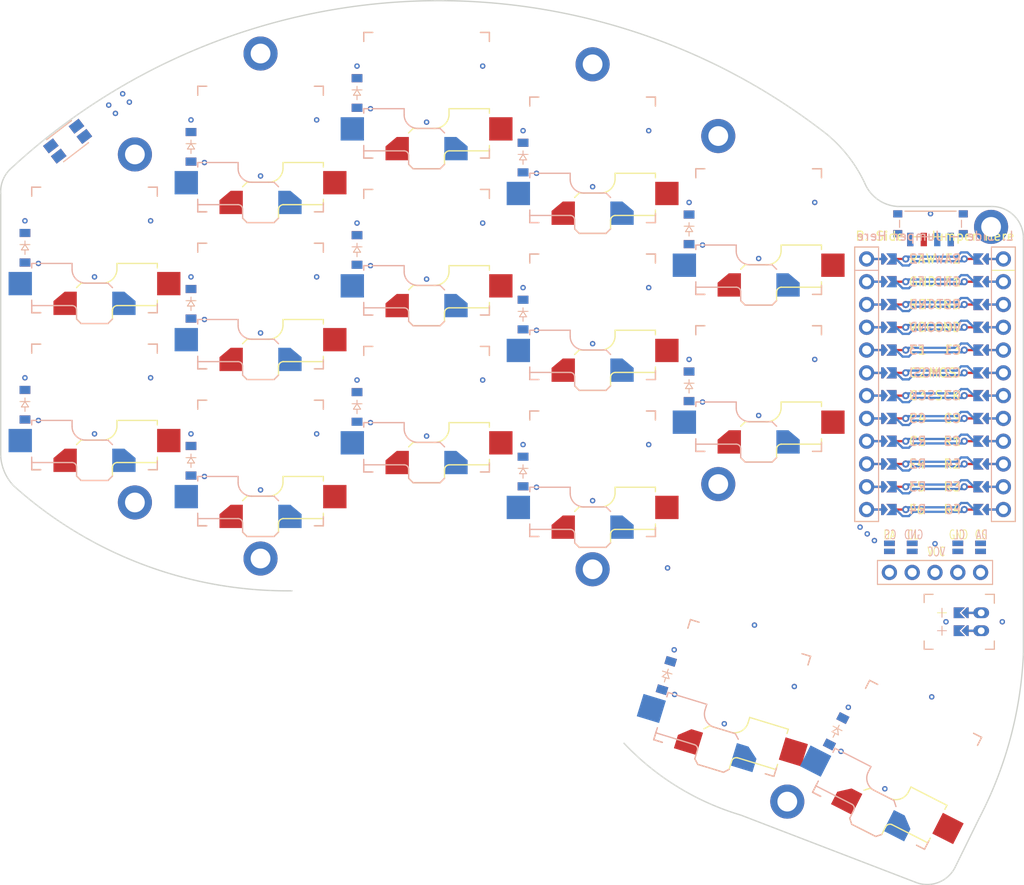
<source format=kicad_pcb>
(kicad_pcb (version 20221018) (generator pcbnew)
  (title_block (title "snak") (rev "0.2.1") (company "JackMatanky"))
  (layers (0 "F.Cu" signal) (31 "B.Cu" signal) (34 "B.Paste" user) (35 "F.Paste" user) (36 "B.SilkS" user "B.Silkscreen") (37 "F.SilkS" user "F.Silkscreen") (38 "B.Mask" user) (39 "F.Mask" user) (44 "Edge.Cuts" user))
  (net 0 "")
  (net 1 "C1")
  (net 2 "pinky_mid")
  (net 3 "pinky_top")
  (net 4 "ring_bot")
  (net 5 "C2")
  (net 6 "ring_mid")
  (net 7 "ring_top")
  (net 8 "middle_bot")
  (net 9 "C3")
  (net 10 "middle_mid")
  (net 11 "middle_top")
  (net 12 "index_bot")
  (net 13 "C4")
  (net 14 "index_mid")
  (net 15 "index_top")
  (net 16 "C5")
  (net 17 "inner_mid")
  (net 18 "inner_top")
  (net 19 "out_home")
  (net 20 "in_home")
  (net 21 "R2")
  (net 22 "R1")
  (net 23 "R3")
  (net 24 "R4")
  (net 25 "RAW")
  (net 26 "GND")
  (net 27 "RST")
  (net 28 "VCC")
  (net 29 "F4")
  (net 30 "F5")
  (net 31 "F6")
  (net 32 "F2")
  (net 33 "F1")
  (net 34 "F3")
  (net 35 "MOSI")
  (net 36 "SCK")
  (net 37 "CS")
  (net 38 "MCU1_24")
  (net 39 "MCU1_1")
  (net 40 "MCU1_23")
  (net 41 "MCU1_2")
  (net 42 "MCU1_22")
  (net 43 "MCU1_3")
  (net 44 "MCU1_21")
  (net 45 "MCU1_4")
  (net 46 "MCU1_20")
  (net 47 "MCU1_5")
  (net 48 "MCU1_19")
  (net 49 "MCU1_6")
  (net 50 "MCU1_18")
  (net 51 "MCU1_7")
  (net 52 "MCU1_17")
  (net 53 "MCU1_8")
  (net 54 "MCU1_16")
  (net 55 "MCU1_9")
  (net 56 "MCU1_15")
  (net 57 "MCU1_10")
  (net 58 "MCU1_14")
  (net 59 "MCU1_11")
  (net 60 "MCU1_13")
  (net 61 "MCU1_12")
  (net 62 "DISP1_1")
  (net 63 "DISP1_2")
  (net 64 "DISP1_4")
  (net 65 "DISP1_5")
  (net 66 "pos")
  (net 67 "JST1_1")
  (net 68 "JST1_2")
  (footprint "ComboDiode" (layer "F.Cu") (at 147.75 89.7 -90)
    (fp_text reference "D9" hide)
    (fp_text value "" hide)
  )
  (footprint "VIA-0.6mm" (layer "F.Cu") (at 193.15 60.9625 90)
    (fp_text reference "REF**" hide)
    (fp_text value "VIA-0.6mm" hide)
  )
  (footprint "VIA-0.6mm" (layer "F.Cu") (at 155.5 92.95)
    (fp_text reference "REF**" hide)
    (fp_text value "VIA-0.6mm" hide)
  )
  (footprint "mounting_hole" (layer "F.Cu") (at 177.191381 126.500257 -17)
    (fp_text reference "H9" hide)
    (fp_text value "")
  )
  (footprint "PG1350" (layer "F.Cu") (at 100 82.5 180)
    (fp_text reference "S1" hide)
    (fp_text value "")
  )
  (footprint "mounting_hole" (layer "F.Cu") (at 104.5 54.35)
    (fp_text reference "H1" hide)
    (fp_text value "")
  )
  (footprint "VIA-0.6mm" (layer "F.Cu") (at 124.75 85.5)
    (fp_text reference "REF**" hide)
    (fp_text value "VIA-0.6mm" hide)
  )
  (footprint "VIA-0.6mm" (layer "F.Cu") (at 124.75 68)
    (fp_text reference "REF**" hide)
    (fp_text value "VIA-0.6mm" hide)
  )
  (footprint "VIA-0.6mm" (layer "F.Cu") (at 174 65.95)
    (fp_text reference "REF**" hide)
    (fp_text value "VIA-0.6mm" hide)
  )
  (footprint "VIA-0.6mm" (layer "F.Cu") (at 193.284288 114.824319 -27)
    (fp_text reference "REF**" hide)
    (fp_text value "VIA-0.6mm" hide)
  )
  (footprint "VIA-0.6mm" (layer "F.Cu") (at 147.75 51.7)
    (fp_text reference "REF**" hide)
    (fp_text value "VIA-0.6mm" hide)
  )
  (footprint "VIA-0.6mm" (layer "F.Cu") (at 129.25 62)
    (fp_text reference "REF**" hide)
    (fp_text value "VIA-0.6mm" hide)
  )
  (footprint "VIA-0.6mm" (layer "F.Cu") (at 112.25 55.25)
    (fp_text reference "REF**" hide)
    (fp_text value "VIA-0.6mm" hide)
  )
  (footprint "VIA-0.6mm" (layer "F.Cu") (at 161.75 86.7)
    (fp_text reference "REF**" hide)
    (fp_text value "VIA-0.6mm" hide)
  )
  (footprint "VIA-0.6mm" (layer "F.Cu") (at 137 85.75)
    (fp_text reference "REF**" hide)
    (fp_text value "VIA-0.6mm" hide)
  )
  (footprint "VIA-0.6mm" (layer "F.Cu") (at 103.137109 47.589196 129)
    (fp_text reference "REF**" hide)
    (fp_text value "VIA-0.6mm" hide)
  )
  (footprint "VIA-0.6mm" (layer "F.Cu") (at 106.25 61.75)
    (fp_text reference "REF**" hide)
    (fp_text value "VIA-0.6mm" hide)
  )
  (footprint "mounting_hole" (layer "F.Cu") (at 118.5 43.1)
    (fp_text reference "H3" hide)
    (fp_text value "")
  )
  (footprint "ComboDiode" (layer "F.Cu") (at 147.75 54.7 -90)
    (fp_text reference "D11" hide)
    (fp_text value "" hide)
  )
  (footprint "JST_PH_S2B-PH-K" (layer "F.Cu") (at 198.8 106.45 -90)
    (fp_text reference "JST1" hide)
    (fp_text value "")
  )
  (footprint "ComboDiode" (layer "F.Cu") (at 110.75 53.5 -90)
    (fp_text reference "D5" hide)
    (fp_text value "" hide)
  )
  (footprint "PG1350" (layer "F.Cu") (at 174 62.95 180)
    (fp_text reference "S13" hide)
    (fp_text value "")
  )
  (footprint "VIA-0.6mm" (layer "F.Cu") (at 106.25 79.25)
    (fp_text reference "REF**" hide)
    (fp_text value "VIA-0.6mm" hide)
  )
  (footprint "VIA-0.6mm" (layer "F.Cu") (at 143.25 79.5)
    (fp_text reference "REF**" hide)
    (fp_text value "VIA-0.6mm" hide)
  )
  (footprint "mounting_hole" (layer "F.Cu") (at 155.5 44.3)
    (fp_text reference "H5" hide)
    (fp_text value "")
  )
  (footprint "VIA-0.6mm" (layer "F.Cu") (at 149.25 73.95)
    (fp_text reference "REF**" hide)
    (fp_text value "VIA-0.6mm" hide)
  )
  (footprint "VIA-0.6mm" (layer "F.Cu") (at 186.1 96.65)
    (fp_text reference "REF**" hide)
    (fp_text value "VIA-0.6mm" hide)
  )
  (footprint "VIA-0.6mm" (layer "F.Cu") (at 118.5 91.75)
    (fp_text reference "REF**" hide)
    (fp_text value "VIA-0.6mm" hide)
  )
  (footprint "VIA-0.6mm" (layer "F.Cu") (at 124.75 50.5)
    (fp_text reference "REF**" hide)
    (fp_text value "VIA-0.6mm" hide)
  )
  (footprint "VIA-0.6mm" (layer "F.Cu") (at 92.25 79.25)
    (fp_text reference "REF**" hide)
    (fp_text value "VIA-0.6mm" hide)
  )
  (footprint "VIA-0.6mm" (layer "F.Cu") (at 183.995537 115.983677 -27)
    (fp_text reference "REF**" hide)
    (fp_text value "VIA-0.6mm" hide)
  )
  (footprint "mounting_hole" (layer "F.Cu") (at 104.5 93.15)
    (fp_text reference "H2" hide)
    (fp_text value "")
  )
  (footprint "PG1350" (layer "F.Cu") (at 155.5 54.95 180)
    (fp_text reference "S11" hide)
    (fp_text value "")
  )
  (footprint "VIA-0.6mm" (layer "F.Cu") (at 149.25 56.45)
    (fp_text reference "REF**" hide)
    (fp_text value "VIA-0.6mm" hide)
  )
  (footprint "ComboDiode" (layer "F.Cu") (at 92.25 64.75 -90)
    (fp_text reference "D2" hide)
    (fp_text value "" hide)
  )
  (footprint "VIA-0.6mm" (layer "F.Cu") (at 103.886 48.514 129)
    (fp_text reference "REF**" hide)
    (fp_text value "VIA-0.6mm" hide)
  )
  (footprint "VIA-0.6mm" (layer "F.Cu") (at 110.75 68)
    (fp_text reference "REF**" hide)
    (fp_text value "VIA-0.6mm" hide)
  )
  (footprint "VIA-0.6mm" (layer "F.Cu") (at 174 83.45)
    (fp_text reference "REF**" hide)
    (fp_text value "VIA-0.6mm" hide)
  )
  (footprint "VIA-0.6mm" (layer "F.Cu") (at 101.582817 48.847837 129)
    (fp_text reference "REF**" hide)
    (fp_text value "VIA-0.6mm" hide)
  )
  (footprint "mounting_hole" (layer "F.Cu") (at 199.9 62.425)
    (fp_text reference "H10" hide)
    (fp_text value "")
  )
  (footprint "VIA-0.6mm" (layer "F.Cu") (at 161.75 69.2)
    (fp_text reference "REF**" hide)
    (fp_text value "VIA-0.6mm" hide)
  )
  (footprint "VIA-0.6mm" (layer "F.Cu") (at 130.75 49.25)
    (fp_text reference "REF**" hide)
    (fp_text value "VIA-0.6mm" hide)
  )
  (footprint "VIA-0.6mm" (layer "F.Cu") (at 100 68)
    (fp_text reference "REF**" hide)
    (fp_text value "VIA-0.6mm" hide)
  )
  (footprint "PG1350" (layer "F.Cu") (at 137 47.75 180)
    (fp_text reference "S8" hide)
    (fp_text value "")
  )
  (footprint "PG1350" (layer "F.Cu") (at 137 82.75 180)
    (fp_text reference "S6" hide)
    (fp_text value "")
  )
  (footprint "ComboDiode" (layer "F.Cu") (at 166.25 80.2 -90)
    (fp_text reference "D12" hide)
    (fp_text value "" hide)
  )
  (footprint "sw_reset_side" (layer "F.Cu") (at 97 52.87 127.5)
    (fp_text reference "SW2" hide)
    (fp_text value "")
  )
  (footprint "VIA-0.6mm" (layer "F.Cu") (at 112.25 90.25)
    (fp_text reference "REF**" hide)
    (fp_text value "VIA-0.6mm" hide)
  )
  (footprint "VIA-0.6mm" (layer "F.Cu") (at 166.25 59.7)
    (fp_text reference "REF**" hide)
    (fp_text value "VIA-0.6mm" hide)
  )
  (footprint "PG1350" (layer "F.Cu") (at 155.5 89.95 180)
    (fp_text reference "S9" hide)
    (fp_text value "")
  )
  (footprint "VIA-0.6mm" (layer "F.Cu") (at 118.5 74.25)
    (fp_text reference "REF**" hide)
    (fp_text value "VIA-0.6mm" hide)
  )
  (footprint "ComboDiode" (layer "F.Cu") (at 166.25 62.7 -90)
    (fp_text reference "D13" hide)
    (fp_text value "" hide)
  )
  (footprint "power_switch" (layer "F.Cu") (at 193.15 62.1 90)
    (fp_text reference "SW1" hide)
    (fp_text value "")
  )
  (footprint "ComboDiode" (layer "F.Cu") (at 129.25 47.5 -90)
    (fp_text reference "D8" hide)
    (fp_text value "" hide)
  )
  (footprint "VIA-0.6mm" (layer "F.Cu") (at 110.75 85.5)
    (fp_text reference "REF**" hide)
    (fp_text value "VIA-0.6mm" hide)
  )
  (footprint "VIA-0.6mm" (layer "F.Cu") (at 170.172885 117.818914 -17)
    (fp_text reference "REF**" hide)
    (fp_text value "VIA-0.6mm" hide)
  )
  (footprint "VIA-0.6mm" (layer "F.Cu") (at 186.9 97.4)
    (fp_text reference "REF**" hide)
    (fp_text value "VIA-0.6mm" hide)
  )
  (footprint "mounting_hole" (layer "F.Cu") (at 118.5 99.4)
    (fp_text reference "H4" hide)
    (fp_text value "")
  )
  (footprint "VIA-0.6mm" (layer "F.Cu") (at 155.5 75.45)
    (fp_text reference "REF**" hide)
    (fp_text value "VIA-0.6mm" hide)
  )
  (footprint "VIA-0.6mm" (layer "F.Cu") (at 155.5 57.95)
    (fp_text reference "REF**" hide)
    (fp_text value "VIA-0.6mm" hide)
  )
  (footprint "ComboDiode" (layer "F.Cu") (at 147.75 72.2 -90)
    (fp_text reference "D10" hide)
    (fp_text value "" hide)
  )
  (footprint "PG1350" (layer "F.Cu") (at 137 65.25 180)
    (fp_text reference "S7" hide)
    (fp_text value "")
  )
  (footprint "PG1350" (layer "F.Cu") (at 118.5 53.75 180)
    (fp_text reference "S5" hide)
    (fp_text value "")
  )
  (footprint "ComboDiode" (layer "F.Cu") (at 110.75 88.5 -90)
    (fp_text reference "D3" hide)
    (fp_text value "" hide)
  )
  (footprint "VIA-0.6mm" (layer "F.Cu") (at 137 68.25)
    (fp_text reference "REF**" hide)
    (fp_text value "VIA-0.6mm" hide)
  )
  (footprint "VIA-0.6mm" (layer "F.Cu") (at 177.977113 113.669333 -17)
    (fp_text reference "REF**" hide)
    (fp_text value "VIA-0.6mm" hide)
  )
  (footprint "mounting_hole" (layer "F.Cu") (at 169.5 52.3)
    (fp_text reference "H7" hide)
    (fp_text value "")
  )
  (footprint "VIA-0.6mm" (layer "F.Cu") (at 167.75 64.45)
    (fp_text reference "REF**" hide)
    (fp_text value "VIA-0.6mm" hide)
  )
  (footprint "mounting_hole" (layer "F.Cu") (at 169.5 91.1)
    (fp_text reference "H8" hide)
    (fp_text value "")
  )
  (footprint "VIA-0.6mm" (layer "F.Cu") (at 173.53516 106.82141 -17)
    (fp_text reference "REF**" hide)
    (fp_text value "VIA-0.6mm" hide)
  )
  (footprint "VIA-0.6mm" (layer "F.Cu") (at 149.25 91.45)
    (fp_text reference "REF**" hide)
    (fp_text value "VIA-0.6mm" hide)
  )
  (footprint "VIA-0.6mm" (layer "F.Cu") (at 130.75 66.75)
    (fp_text reference "REF**" hide)
    (fp_text value "VIA-0.6mm" hide)
  )
  (footprint "VIA-0.6mm" (layer "F.Cu") (at 167.75 81.95)
    (fp_text reference "REF**" hide)
    (fp_text value "VIA-0.6mm" hide)
  )
  (footprint "PG1350" (layer "F.Cu") (at 174 80.45 180)
    (fp_text reference "S12" hide)
    (fp_text value "")
  )
  (footprint "VIA-0.6mm" (layer "F.Cu") (at 147.75 86.7)
    (fp_text reference "REF**" hide)
    (fp_text value "VIA-0.6mm" hide)
  )
  (footprint "ComboDiode" (layer "F.Cu") (at 129.25 65 -90)
    (fp_text reference "D7" hide)
    (fp_text value "" hide)
  )
  (footprint "PG1350" (layer "F.Cu") (at 100 65 180)
    (fp_text reference "S2" hide)
    (fp_text value "")
  )
  (footprint "VIA-0.6mm" (layer "F.Cu") (at 166.25 77.2)
    (fp_text reference "REF**" hide)
    (fp_text value "VIA-0.6mm" hide)
  )
  (footprint "VIA-0.6mm" (layer "F.Cu") (at 164.634538 114.557134 -17)
    (fp_text reference "REF**" hide)
    (fp_text value "VIA-0.6mm" hide)
  )
  (footprint "VIA-0.6mm" (layer "F.Cu") (at 194.875 106.45 -90)
    (fp_text reference "REF**" hide)
    (fp_text value "VIA-0.6mm" hide)
  )
  (footprint "VIA-0.6mm" (layer "F.Cu") (at 129.25 44.5)
    (fp_text reference "REF**" hide)
    (fp_text value "VIA-0.6mm" hide)
  )
  (footprint "nice_nano" (layer "F.Cu") (at 193.65 78.7)
    (fp_text reference "MCU1" hide)
    (fp_text value "")
  )
  (footprint "VIA-0.6mm" (layer "F.Cu") (at 118.5 56.75)
    (fp_text reference "REF**" hide)
    (fp_text value "VIA-0.6mm" hide)
  )
  (footprint "VIA-0.6mm" (layer "F.Cu") (at 163.85 100.45)
    (fp_text reference "REF**" hide)
    (fp_text value "VIA-0.6mm" hide)
  )
  (footprint "VIA-0.6mm" (layer "F.Cu") (at 188.063397 125.070894 -27)
    (fp_text reference "REF**" hide)
    (fp_text value "VIA-0.6mm" hide)
  )
  (footprint "VIA-0.6mm" (layer "F.Cu") (at 92.25 61.75)
    (fp_text reference "REF**" hide)
    (fp_text value "VIA-0.6mm" hide)
  )
  (footprint "VIA-0.6mm" (layer "F.Cu") (at 183.175592 120.896944 -27)
    (fp_text reference "REF**" hide)
    (fp_text value "VIA-0.6mm" hide)
  )
  (footprint "VIA-0.6mm" (layer "F.Cu") (at 201.15 106.45 -90)
    (fp_text reference "REF**" hide)
    (fp_text value "VIA-0.6mm" hide)
  )
  (footprint "VIA-0.6mm" (layer "F.Cu") (at 143.25 62)
    (fp_text reference "REF**" hide)
    (fp_text value "VIA-0.6mm" hide)
  )
  (footprint "VIA-0.6mm" (layer "F.Cu") (at 185.3 95.9)
    (fp_text reference "REF**" hide)
    (fp_text value "VIA-0.6mm" hide)
  )
  (footprint "VIA-0.6mm" (layer "F.Cu") (at 147.75 69.2)
    (fp_text reference "REF**" hide)
    (fp_text value "VIA-0.6mm" hide)
  )
  (footprint "VIA-0.6mm" (layer "F.Cu") (at 143.25 44.5)
    (fp_text reference "REF**" hide)
    (fp_text value "VIA-0.6mm" hide)
  )
  (footprint "VIA-0.6mm" (layer "F.Cu") (at 193.65 97.75)
    (fp_text reference "REF**" hide)
    (fp_text value "VIA-0.6mm" hide)
  )
  (footprint "nice!view" (layer "F.Cu") (at 193.65 84.25)
    (fp_text reference "DISP1" hide)
    (fp_text value "")
  )
  (footprint "VIA-0.6mm" (layer "F.Cu") (at 110.75 50.5)
    (fp_text reference "REF**" hide)
    (fp_text value "VIA-0.6mm" hide)
  )
  (footprint "ComboDiode" (layer "F.Cu") (at 163.711731 112.445043 -107)
    (fp_text reference "D14" hide)
    (fp_text value "" hide)
  )
  (footprint "VIA-0.6mm" (layer "F.Cu") (at 93.75 84)
    (fp_text reference "REF**" hide)
    (fp_text value "VIA-0.6mm" hide)
  )
  (footprint "VIA-0.6mm" (layer "F.Cu") (at 130.75 84.25)
    (fp_text reference "REF**" hide)
    (fp_text value "VIA-0.6mm" hide)
  )
  (footprint "PG1350" (layer "F.Cu") (at 118.5 88.75 180)
    (fp_text reference "S3" hide)
    (fp_text value "")
  )
  (footprint "VIA-0.6mm" (layer "F.Cu") (at 164.588846 109.576129 -17)
    (fp_text reference "REF**" hide)
    (fp_text value "VIA-0.6mm" hide)
  )
  (footprint "VIA-0.6mm" (layer "F.Cu") (at 137 50.75)
    (fp_text reference "REF**" hide)
    (fp_text value "VIA-0.6mm" hide)
  )
  (footprint "ComboDiode" (layer "F.Cu") (at 129.25 82.5 -90)
    (fp_text reference "D6" hide)
    (fp_text value "" hide)
  )
  (footprint "VIA-0.6mm" (layer "F.Cu") (at 102.331708 49.77264 129)
    (fp_text reference "REF**" hide)
    (fp_text value "VIA-0.6mm" hide)
  )
  (footprint "ComboDiode" (layer "F.Cu") (at 92.25 82.25 -90)
    (fp_text reference "D1" hide)
    (fp_text value "" hide)
  )
  (footprint "ComboDiode" (layer "F.Cu") (at 110.75 71 -90)
    (fp_text reference "D4" hide)
    (fp_text value "" hide)
  )
  (footprint "PG1350" (layer "F.Cu") (at 155.5 72.45 180)
    (fp_text reference "S10" hide)
    (fp_text value "")
  )
  (footprint "VIA-0.6mm" (layer "F.Cu") (at 100 85.5)
    (fp_text reference "REF**" hide)
    (fp_text value "VIA-0.6mm" hide)
  )
  (footprint "VIA-0.6mm" (layer "F.Cu") (at 112.25 72.75)
    (fp_text reference "REF**" hide)
    (fp_text value "VIA-0.6mm" hide)
  )
  (footprint "PG1350" (layer "F.Cu") (at 189.425368 122.397875 153)
    (fp_text reference "S15" hide)
    (fp_text value "")
  )
  (footprint "VIA-0.6mm" (layer "F.Cu") (at 180.25 59.7)
    (fp_text reference "REF**" hide)
    (fp_text value "VIA-0.6mm" hide)
  )
  (footprint "PG1350" (layer "F.Cu") (at 118.5 71.25 180)
    (fp_text reference "S4" hide)
    (fp_text value "")
  )
  (footprint "VIA-0.6mm" (layer "F.Cu") (at 93.75 66.5)
    (fp_text reference "REF**" hide)
    (fp_text value "VIA-0.6mm" hide)
  )
  (footprint "mounting_hole" (layer "F.Cu") (at 155.5 100.6)
    (fp_text reference "H6" hide)
    (fp_text value "")
  )
  (footprint "VIA-0.6mm" (layer "F.Cu") (at 180.25 77.2)
    (fp_text reference "REF**" hide)
    (fp_text value "VIA-0.6mm" hide)
  )
  (footprint "ComboDiode" (layer "F.Cu") (at 182.633566 118.656697 -117)
    (fp_text reference "D15" hide)
    (fp_text value "" hide)
  )
  (footprint "PG1350" (layer "F.Cu") (at 171.05 114.95 163)
    (fp_text reference "S14" hide)
    (fp_text value "")
  )
  (footprint "VIA-0.6mm" (layer "F.Cu") (at 129.25 79.5)
    (fp_text reference "REF**" hide)
    (fp_text value "VIA-0.6mm" hide)
  )
  (footprint "VIA-0.6mm" (layer "F.Cu") (at 161.75 51.7)
    (fp_text reference "REF**" hide)
    (fp_text value "VIA-0.6mm" hide)
  )
  (gr_arc (start 172 128) (mid 164.97339 124.855741) (end 159 120) (stroke (width 0.15)) (layer "Edge.Cuts"))
  (gr_line (start 198.6 128.3) (end 195.9 133.8) (stroke (width 0.15)) (layer "Edge.Cuts"))
  (gr_arc (start 189.5 60.15) (mid 187.263797 59.364226) (end 185.8 57.5) (stroke (width 0.15)) (layer "Edge.Cuts"))
  (gr_line (start 89.55 88) (end 89.55 58.7) (stroke (width 0.15)) (layer "Edge.Cuts"))
  (gr_line (start 189.5 60.15) (end 200 60.15) (stroke (width 0.15)) (layer "Edge.Cuts"))
  (gr_arc (start 89.55 58.7) (mid 89.780852 57.235609) (end 90.6 56) (stroke (width 0.15)) (layer "Edge.Cuts"))
  (gr_arc (start 203.5 110) (mid 202.052088 119.418319) (end 198.6 128.3) (stroke (width 0.15)) (layer "Edge.Cuts"))
  (gr_line (start 203.5 63.7) (end 203.5 110) (stroke (width 0.15)) (layer "Edge.Cuts"))
  (gr_arc (start 91 91.3) (mid 89.98406 89.777837) (end 89.55 88) (stroke (width 0.15)) (layer "Edge.Cuts"))
  (gr_arc (start 195.9 133.8) (mid 194.031815 135.508815) (end 191.5 135.5) (stroke (width 0.15)) (layer "Edge.Cuts"))
  (gr_arc (start 200 60.15) (mid 202.485523 61.199837) (end 203.5 63.7) (stroke (width 0.15)) (layer "Edge.Cuts"))
  (gr_arc (start 181.6 52.1) (mid 183.995505 54.570163) (end 185.8 57.5) (stroke (width 0.15)) (layer "Edge.Cuts"))
  (gr_arc (start 90.6 56) (mid 135.380905 37.271116) (end 181.6 52.1) (stroke (width 0.15)) (layer "Edge.Cuts"))
  (gr_line (start 191.5 135.5) (end 172 128) (stroke (width 0.15)) (layer "Edge.Cuts"))
  (gr_arc (start 122 103) (mid 105.398912 100.067413) (end 91 91.3) (stroke (width 0.15)) (layer "Edge.Cuts"))
  (segment (start 198.43 76.16) (end 196.91 76.16) (width 0.25) (layer "F.Cu") (net 1))
  (segment (start 191.11 76.51) (end 191.11 76.5) (width 0.25) (layer "B.Cu") (net 1))
  (segment (start 190.04 76.89) (end 190.74 76.89) (width 0.25) (layer "B.Cu") (net 1))
  (segment (start 190.74 76.89) (end 191.11 76.51) (width 0.25) (layer "B.Cu") (net 1))
  (segment (start 189.31 76.16) (end 190.04 76.89) (width 0.25) (layer "B.Cu") (net 1))
  (segment (start 191.2 76.41) (end 196.66 76.41) (width 0.25) (layer "B.Cu") (net 1))
  (segment (start 191.11 76.5) (end 191.2 76.41) (width 0.25) (layer "B.Cu") (net 1))
  (segment (start 196.66 76.41) (end 196.91 76.16) (width 0.25) (layer "B.Cu") (net 1))
  (segment (start 188.88 76.16) (end 189.31 76.16) (width 0.25) (layer "B.Cu") (net 1))
  (segment (start 198.43 78.7) (end 196.91 78.7) (width 0.25) (layer "F.Cu") (net 5))
  (segment (start 189.31 78.7) (end 190.04 79.43) (width 0.25) (layer "B.Cu") (net 5))
  (segment (start 191.2 78.95) (end 196.66 78.95) (width 0.25) (layer "B.Cu") (net 5))
  (segment (start 190.04 79.43) (end 190.74 79.43) (width 0.25) (layer "B.Cu") (net 5))
  (segment (start 191.11 79.05) (end 191.11 79.04) (width 0.25) (layer "B.Cu") (net 5))
  (segment (start 196.66 78.95) (end 196.91 78.7) (width 0.25) (layer "B.Cu") (net 5))
  (segment (start 188.88 78.7) (end 189.31 78.7) (width 0.25) (layer "B.Cu") (net 5))
  (segment (start 190.74 79.43) (end 191.11 79.05) (width 0.25) (layer "B.Cu") (net 5))
  (segment (start 191.11 79.04) (end 191.2 78.95) (width 0.25) (layer "B.Cu") (net 5))
  (segment (start 198.43 81.24) (end 196.91 81.24) (width 0.25) (layer "F.Cu") (net 9))
  (segment (start 189.31 81.24) (end 190.04 81.97) (width 0.25) (layer "B.Cu") (net 9))
  (segment (start 188.88 81.24) (end 189.31 81.24) (width 0.25) (layer "B.Cu") (net 9))
  (segment (start 190.74 81.97) (end 191.11 81.59) (width 0.25) (layer "B.Cu") (net 9))
  (segment (start 196.66 81.49) (end 196.91 81.24) (width 0.25) (layer "B.Cu") (net 9))
  (segment (start 191.2 81.49) (end 196.66 81.49) (width 0.25) (layer "B.Cu") (net 9))
  (segment (start 191.11 81.59) (end 191.11 81.58) (width 0.25) (layer "B.Cu") (net 9))
  (segment (start 190.04 81.97) (end 190.74 81.97) (width 0.25) (layer "B.Cu") (net 9))
  (segment (start 191.11 81.58) (end 191.2 81.49) (width 0.25) (layer "B.Cu") (net 9))
  (segment (start 198.43 83.78) (end 196.91 83.78) (width 0.25) (layer "F.Cu") (net 13))
  (segment (start 191.11 84.12) (end 191.2 84.03) (width 0.25) (layer "B.Cu") (net 13))
  (segment (start 191.11 84.13) (end 191.11 84.12) (width 0.25) (layer "B.Cu") (net 13))
  (segment (start 190.74 84.51) (end 191.11 84.13) (width 0.25) (layer "B.Cu") (net 13))
  (segment (start 188.88 83.78) (end 189.31 83.78) (width 0.25) (layer "B.Cu") (net 13))
  (segment (start 190.04 84.51) (end 190.74 84.51) (width 0.25) (layer "B.Cu") (net 13))
  (segment (start 189.31 83.78) (end 190.04 84.51) (width 0.25) (layer "B.Cu") (net 13))
  (segment (start 191.2 84.03) (end 196.66 84.03) (width 0.25) (layer "B.Cu") (net 13))
  (segment (start 196.66 84.03) (end 196.91 83.78) (width 0.25) (layer "B.Cu") (net 13))
  (segment (start 198.43 86.32) (end 196.91 86.32) (width 0.25) (layer "F.Cu") (net 16))
  (segment (start 189.31 86.32) (end 190.04 87.05) (width 0.25) (layer "B.Cu") (net 16))
  (segment (start 190.74 87.05) (end 191.11 86.67) (width 0.25) (layer "B.Cu") (net 16))
  (segment (start 188.88 86.32) (end 189.31 86.32) (width 0.25) (layer "B.Cu") (net 16))
  (segment (start 190.04 87.05) (end 190.74 87.05) (width 0.25) (layer "B.Cu") (net 16))
  (segment (start 191.11 86.67) (end 191.11 86.66) (width 0.25) (layer "B.Cu") (net 16))
  (segment (start 196.66 86.57) (end 196.91 86.32) (width 0.25) (layer "B.Cu") (net 16))
  (segment (start 191.2 86.57) (end 196.66 86.57) (width 0.25) (layer "B.Cu") (net 16))
  (segment (start 191.11 86.66) (end 191.2 86.57) (width 0.25) (layer "B.Cu") (net 16))
  (segment (start 188.88 88.86) (end 190.39 88.86) (width 0.25) (layer "F.Cu") (net 21))
  (segment (start 196.56 88.13) (end 196.09 88.61) (width 0.25) (layer "B.Cu") (net 21))
  (segment (start 196.09 88.61) (end 190.64 88.61) (width 0.25) (layer "B.Cu") (net 21))
  (segment (start 197.99 88.86) (end 197.26 88.13) (width 0.25) (layer "B.Cu") (net 21))
  (segment (start 198.43 88.86) (end 197.99 88.86) (width 0.25) (layer "B.Cu") (net 21))
  (segment (start 190.64 88.61) (end 190.39 88.86) (width 0.25) (layer "B.Cu") (net 21))
  (segment (start 197.26 88.13) (end 196.56 88.13) (width 0.25) (layer "B.Cu") (net 21))
  (segment (start 188.88 86.32) (end 190.39 86.32) (width 0.25) (layer "F.Cu") (net 22))
  (segment (start 197.26 85.59) (end 196.56 85.59) (width 0.25) (layer "B.Cu") (net 22))
  (segment (start 198.43 86.32) (end 197.99 86.32) (width 0.25) (layer "B.Cu") (net 22))
  (segment (start 190.64 86.07) (end 190.39 86.32) (width 0.25) (layer "B.Cu") (net 22))
  (segment (start 196.56 85.59) (end 196.09 86.07) (width 0.25) (layer "B.Cu") (net 22))
  (segment (start 197.99 86.32) (end 197.26 85.59) (width 0.25) (layer "B.Cu") (net 22))
  (segment (start 196.09 86.07) (end 190.64 86.07) (width 0.25) (layer "B.Cu") (net 22))
  (segment (start 188.88 91.4) (end 190.39 91.4) (width 0.25) (layer "F.Cu") (net 23))
  (segment (start 190.64 91.15) (end 190.39 91.4) (width 0.25) (layer "B.Cu") (net 23))
  (segment (start 198.43 91.4) (end 197.99 91.4) (width 0.25) (layer "B.Cu") (net 23))
  (segment (start 196.56 90.67) (end 196.09 91.15) (width 0.25) (layer "B.Cu") (net 23))
  (segment (start 196.09 91.15) (end 190.64 91.15) (width 0.25) (layer "B.Cu") (net 23))
  (segment (start 197.99 91.4) (end 197.26 90.67) (width 0.25) (layer "B.Cu") (net 23))
  (segment (start 197.26 90.67) (end 196.56 90.67) (width 0.25) (layer "B.Cu") (net 23))
  (segment (start 188.88 93.94) (end 190.39 93.94) (width 0.25) (layer "F.Cu") (net 24))
  (segment (start 196.56 93.21) (end 196.09 93.69) (width 0.25) (layer "B.Cu") (net 24))
  (segment (start 196.09 93.69) (end 190.64 93.69) (width 0.25) (layer "B.Cu") (net 24))
  (segment (start 197.99 93.94) (end 197.26 93.21) (width 0.25) (layer "B.Cu") (net 24))
  (segment (start 198.43 93.94) (end 197.99 93.94) (width 0.25) (layer "B.Cu") (net 24))
  (segment (start 190.64 93.69) (end 190.39 93.94) (width 0.25) (layer "B.Cu") (net 24))
  (segment (start 197.26 93.21) (end 196.56 93.21) (width 0.25) (layer "B.Cu") (net 24))
  (segment (start 198.43 66) (end 196.91 66) (width 0.25) (layer "F.Cu") (net 25))
  (segment (start 190.04 66.73) (end 190.74 66.73) (width 0.25) (layer "B.Cu") (net 25))
  (segment (start 196.66 66.25) (end 196.91 66) (width 0.25) (layer "B.Cu") (net 25))
  (segment (start 190.74 66.73) (end 191.11 66.35) (width 0.25) (layer "B.Cu") (net 25))
  (segment (start 191.11 66.34) (end 191.2 66.25) (width 0.25) (layer "B.Cu") (net 25))
  (segment (start 189.31 66) (end 190.04 66.73) (width 0.25) (layer "B.Cu") (net 25))
  (segment (start 188.88 66) (end 189.31 66) (width 0.25) (layer "B.Cu") (net 25))
  (segment (start 191.11 66.35) (end 191.11 66.34) (width 0.25) (layer "B.Cu") (net 25))
  (segment (start 191.2 66.25) (end 196.66 66.25) (width 0.25) (layer "B.Cu") (net 25))
  (segment (start 188.88 71.08) (end 190.39 71.08) (width 0.25) (layer "F.Cu") (net 26))
  (segment (start 198.43 68.54) (end 196.91 68.54) (width 0.25) (layer "F.Cu") (net 26))
  (segment (start 188.88 73.62) (end 190.39 73.62) (width 0.25) (layer "F.Cu") (net 26))
  (segment (start 198.43 73.62) (end 197.99 73.62) (width 0.25) (layer "B.Cu") (net 26))
  (segment (start 190.64 73.37) (end 190.39 73.62) (width 0.25) (layer "B.Cu") (net 26))
  (segment (start 197.99 71.08) (end 197.26 70.35) (width 0.25) (layer "B.Cu") (net 26))
  (segment (start 196.56 72.89) (end 196.09 73.37) (width 0.25) (layer "B.Cu") (net 26))
  (segment (start 190.64 70.83) (end 190.39 71.08) (width 0.25) (layer "B.Cu") (net 26))
  (segment (start 196.09 70.83) (end 190.64 70.83) (width 0.25) (layer "B.Cu") (net 26))
  (segment (start 189.31 68.54) (end 190.04 69.27) (width 0.25) (layer "B.Cu") (net 26))
  (segment (start 191.11 68.89) (end 191.11 68.88) (width 0.25) (layer "B.Cu") (net 26))
  (segment (start 197.99 73.62) (end 197.26 72.89) (width 0.25) (layer "B.Cu") (net 26))
  (segment (start 196.09 73.37) (end 190.64 73.37) (width 0.25) (layer "B.Cu") (net 26))
  (segment (start 191.2 68.79) (end 196.66 68.79) (width 0.25) (layer "B.Cu") (net 26))
  (segment (start 191.11 68.88) (end 191.2 68.79) (width 0.25) (layer "B.Cu") (net 26))
  (segment (start 197.26 70.35) (end 196.56 70.35) (width 0.25) (layer "B.Cu") (net 26))
  (segment (start 188.88 68.54) (end 189.31 68.54) (width 0.25) (layer "B.Cu") (net 26))
  (segment (start 190.74 69.27) (end 191.11 68.89) (width 0.25) (layer "B.Cu") (net 26))
  (segment (start 190.04 69.27) (end 190.74 69.27) (width 0.25) (layer "B.Cu") (net 26))
  (segment (start 198.43 71.08) (end 197.99 71.08) (width 0.25) (layer "B.Cu") (net 26))
  (segment (start 196.66 68.79) (end 196.91 68.54) (width 0.25) (layer "B.Cu") (net 26))
  (segment (start 197.26 72.89) (end 196.56 72.89) (width 0.25) (layer "B.Cu") (net 26))
  (segment (start 196.56 70.35) (end 196.09 70.83) (width 0.25) (layer "B.Cu") (net 26))
  (segment (start 198.43 71.08) (end 196.91 71.08) (width 0.25) (layer "F.Cu") (net 27))
  (segment (start 191.2 71.33) (end 196.66 71.33) (width 0.25) (layer "B.Cu") (net 27))
  (segment (start 196.66 71.33) (end 196.91 71.08) (width 0.25) (layer "B.Cu") (net 27))
  (segment (start 188.88 71.08) (end 189.31 71.08) (width 0.25) (layer "B.Cu") (net 27))
  (segment (start 191.11 71.43) (end 191.11 71.42) (width 0.25) (layer "B.Cu") (net 27))
  (segment (start 190.74 71.81) (end 191.11 71.43) (width 0.25) (layer "B.Cu") (net 27))
  (segment (start 189.31 71.08) (end 190.04 71.81) (width 0.25) (layer "B.Cu") (net 27))
  (segment (start 191.11 71.42) (end 191.2 71.33) (width 0.25) (layer "B.Cu") (net 27))
  (segment (start 190.04 71.81) (end 190.74 71.81) (width 0.25) (layer "B.Cu") (net 27))
  (segment (start 198.43 73.62) (end 196.91 73.62) (width 0.25) (layer "F.Cu") (net 28))
  (segment (start 191.11 73.97) (end 191.11 73.96) (width 0.25) (layer "B.Cu") (net 28))
  (segment (start 196.66 73.87) (end 196.91 73.62) (width 0.25) (layer "B.Cu") (net 28))
  (segment (start 189.31 73.62) (end 190.04 74.35) (width 0.25) (layer "B.Cu") (net 28))
  (segment (start 191.11 73.96) (end 191.2 73.87) (width 0.25) (layer "B.Cu") (net 28))
  (segment (start 190.04 74.35) (end 190.74 74.35) (width 0.25) (layer "B.Cu") (net 28))
  (segment (start 191.2 73.87) (end 196.66 73.87) (width 0.25) (layer "B.Cu") (net 28))
  (segment (start 190.74 74.35) (end 191.11 73.97) (width 0.25) (layer "B.Cu") (net 28))
  (segment (start 188.88 73.62) (end 189.31 73.62) (width 0.25) (layer "B.Cu") (net 28))
  (segment (start 198.43 88.86) (end 196.91 88.86) (width 0.25) (layer "F.Cu") (net 29))
  (segment (start 191.2 89.11) (end 196.66 89.11) (width 0.25) (layer "B.Cu") (net 29))
  (segment (start 190.74 89.59) (end 191.11 89.21) (width 0.25) (layer "B.Cu") (net 29))
  (segment (start 190.04 89.59) (end 190.74 89.59) (width 0.25) (layer "B.Cu") (net 29))
  (segment (start 188.88 88.86) (end 189.31 88.86) (width 0.25) (layer "B.Cu") (net 29))
  (segment (start 191.11 89.2) (end 191.2 89.11) (width 0.25) (layer "B.Cu") (net 29))
  (segment (start 196.66 89.11) (end 196.91 88.86) (width 0.25) (layer "B.Cu") (net 29))
  (segment (start 189.31 88.86) (end 190.04 89.59) (width 0.25) (layer "B.Cu") (net 29))
  (segment (start 191.11 89.21) (end 191.11 89.2) (width 0.25) (layer "B.Cu") (net 29))
  (segment (start 198.43 91.4) (end 196.91 91.4) (width 0.25) (layer "F.Cu") (net 30))
  (segment (start 191.2 91.65) (end 196.66 91.65) (width 0.25) (layer "B.Cu") (net 30))
  (segment (start 190.74 92.13) (end 191.11 91.75) (width 0.25) (layer "B.Cu") (net 30))
  (segment (start 190.04 92.13) (end 190.74 92.13) (width 0.25) (layer "B.Cu") (net 30))
  (segment (start 188.88 91.4) (end 189.31 91.4) (width 0.25) (layer "B.Cu") (net 30))
  (segment (start 189.31 91.4) (end 190.04 92.13) (width 0.25) (layer "B.Cu") (net 30))
  (segment (start 191.11 91.75) (end 191.11 91.74) (width 0.25) (layer "B.Cu") (net 30))
  (segment (start 191.11 91.74) (end 191.2 91.65) (width 0.25) (layer "B.Cu") (net 30))
  (segment (start 196.66 91.65) (end 196.91 91.4) (width 0.25) (layer "B.Cu") (net 30))
  (segment (start 198.43 93.94) (end 196.91 93.94) (width 0.25) (layer "F.Cu") (net 31))
  (segment (start 190.04 94.67) (end 190.74 94.67) (width 0.25) (layer "B.Cu") (net 31))
  (segment (start 191.11 94.28) (end 191.2 94.19) (width 0.25) (layer "B.Cu") (net 31))
  (segment (start 188.88 93.94) (end 189.31 93.94) (width 0.25) (layer "B.Cu") (net 31))
  (segment (start 190.74 94.67) (end 191.11 94.29) (width 0.25) (layer "B.Cu") (net 31))
  (segment (start 191.11 94.29) (end 191.11 94.28) (width 0.25) (layer "B.Cu") (net 31))
  (segment (start 189.31 93.94) (end 190.04 94.67) (width 0.25) (layer "B.Cu") (net 31))
  (segment (start 196.66 94.19) (end 196.91 93.94) (width 0.25) (layer "B.Cu") (net 31))
  (segment (start 191.2 94.19) (end 196.66 94.19) (width 0.25) (layer "B.Cu") (net 31))
  (segment (start 188.88 66) (end 190.39 66) (width 0.25) (layer "F.Cu") (net 32))
  (segment (start 198.43 66) (end 197.99 66) (width 0.25) (layer "B.Cu") (net 32))
  (segment (start 196.09 65.75) (end 190.64 65.75) (width 0.25) (layer "B.Cu") (net 32))
  (segment (start 197.26 65.27) (end 196.56 65.27) (width 0.25) (layer "B.Cu") (net 32))
  (segment (start 190.64 65.75) (end 190.39 66) (width 0.25) (layer "B.Cu") (net 32))
  (segment (start 197.99 66) (end 197.26 65.27) (width 0.25) (layer "B.Cu") (net 32))
  (segment (start 196.56 65.27) (end 196.09 65.75) (width 0.25) (layer "B.Cu") (net 32))
  (segment (start 188.88 68.54) (end 190.39 68.54) (width 0.25) (layer "F.Cu") (net 33))
  (segment (start 198.43 68.54) (end 197.99 68.54) (width 0.25) (layer "B.Cu") (net 33))
  (segment (start 196.56 67.81) (end 196.09 68.29) (width 0.25) (layer "B.Cu") (net 33))
  (segment (start 190.64 68.29) (end 190.39 68.54) (width 0.25) (layer "B.Cu") (net 33))
  (segment (start 197.99 68.54) (end 197.26 67.81) (width 0.25) (layer "B.Cu") (net 33))
  (segment (start 197.26 67.81) (end 196.56 67.81) (width 0.25) (layer "B.Cu") (net 33))
  (segment (start 196.09 68.29) (end 190.64 68.29) (width 0.25) (layer "B.Cu") (net 33))
  (segment (start 188.88 76.16) (end 190.39 76.16) (width 0.25) (layer "F.Cu") (net 34))
  (segment (start 197.26 75.43) (end 196.56 75.43) (width 0.25) (layer "B.Cu") (net 34))
  (segment (start 196.09 75.91) (end 190.64 75.91) (width 0.25) (layer "B.Cu") (net 34))
  (segment (start 196.56 75.43) (end 196.09 75.91) (width 0.25) (layer "B.Cu") (net 34))
  (segment (start 198.43 76.16) (end 197.99 76.16) (width 0.25) (layer "B.Cu") (net 34))
  (segment (start 190.64 75.91) (end 190.39 76.16) (width 0.25) (layer "B.Cu") (net 34))
  (segment (start 197.99 76.16) (end 197.26 75.43) (width 0.25) (layer "B.Cu") (net 34))
  (segment (start 188.88 78.7) (end 190.39 78.7) (width 0.25) (layer "F.Cu") (net 35))
  (segment (start 197.99 78.7) (end 197.26 77.97) (width 0.25) (layer "B.Cu") (net 35))
  (segment (start 198.43 78.7) (end 197.99 78.7) (width 0.25) (layer "B.Cu") (net 35))
  (segment (start 190.64 78.45) (end 190.39 78.7) (width 0.25) (layer "B.Cu") (net 35))
  (segment (start 197.26 77.97) (end 196.56 77.97) (width 0.25) (layer "B.Cu") (net 35))
  (segment (start 196.09 78.45) (end 190.64 78.45) (width 0.25) (layer "B.Cu") (net 35))
  (segment (start 196.56 77.97) (end 196.09 78.45) (width 0.25) (layer "B.Cu") (net 35))
  (segment (start 188.88 81.24) (end 190.39 81.24) (width 0.25) (layer "F.Cu") (net 36))
  (segment (start 190.64 80.99) (end 190.39 81.24) (width 0.25) (layer "B.Cu") (net 36))
  (segment (start 196.09 80.99) (end 190.64 80.99) (width 0.25) (layer "B.Cu") (net 36))
  (segment (start 196.56 80.51) (end 196.09 80.99) (width 0.25) (layer "B.Cu") (net 36))
  (segment (start 198.43 81.24) (end 197.99 81.24) (width 0.25) (layer "B.Cu") (net 36))
  (segment (start 197.26 80.51) (end 196.56 80.51) (width 0.25) (layer "B.Cu") (net 36))
  (segment (start 197.99 81.24) (end 197.26 80.51) (width 0.25) (layer "B.Cu") (net 36))
  (segment (start 188.88 83.78) (end 190.39 83.78) (width 0.25) (layer "F.Cu") (net 37))
  (segment (start 198.43 83.78) (end 197.99 83.78) (width 0.25) (layer "B.Cu") (net 37))
  (segment (start 196.56 83.05) (end 196.09 83.53) (width 0.25) (layer "B.Cu") (net 37))
  (segment (start 197.26 83.05) (end 196.56 83.05) (width 0.25) (layer "B.Cu") (net 37))
  (segment (start 196.09 83.53) (end 190.64 83.53) (width 0.25) (layer "B.Cu") (net 37))
  (segment (start 190.64 83.53) (end 190.39 83.78) (width 0.25) (layer "B.Cu") (net 37))
  (segment (start 197.99 83.78) (end 197.26 83.05) (width 0.25) (layer "B.Cu") (net 37))
  (segment (start 186.03 66) (end 188.15 66) (width 0.25) (layer "F.Cu") (net 38))
  (segment (start 186.03 66) (end 188.15 66) (width 0.25) (layer "B.Cu") (net 38))
  (segment (start 199.15 66) (end 201.27 66) (width 0.25) (layer "F.Cu") (net 39))
  (segment (start 201.27 66) (end 199.15 66) (width 0.25) (layer "B.Cu") (net 39))
  (segment (start 186.03 68.54) (end 188.15 68.54) (width 0.25) (layer "F.Cu") (net 40))
  (segment (start 186.03 68.54) (end 188.15 68.54) (width 0.25) (layer "B.Cu") (net 40))
  (segment (start 199.15 68.54) (end 201.27 68.54) (width 0.25) (layer "F.Cu") (net 41))
  (segment (start 201.27 68.54) (end 199.15 68.54) (width 0.25) (layer "B.Cu") (net 41))
  (segment (start 186.03 71.08) (end 188.15 71.08) (width 0.25) (layer "F.Cu") (net 42))
  (segment (start 186.03 71.08) (end 188.15 71.08) (width 0.25) (layer "B.Cu") (net 42))
  (segment (start 199.15 71.08) (end 201.27 71.08) (width 0.25) (layer "F.Cu") (net 43))
  (segment (start 201.27 71.08) (end 199.15 71.08) (width 0.25) (layer "B.Cu") (net 43))
  (segment (start 186.03 73.62) (end 188.15 73.62) (width 0.25) (layer "F.Cu") (net 44))
  (segment (start 186.03 73.62) (end 188.15 73.62) (width 0.25) (layer "B.Cu") (net 44))
  (segment (start 199.15 73.62) (end 201.27 73.62) (width 0.25) (layer "F.Cu") (net 45))
  (segment (start 201.27 73.62) (end 199.15 73.62) (width 0.25) (layer "B.Cu") (net 45))
  (segment (start 186.03 76.16) (end 188.15 76.16) (width 0.25) (layer "F.Cu") (net 46))
  (segment (start 186.03 76.16) (end 188.15 76.16) (width 0.25) (layer "B.Cu") (net 46))
  (segment (start 199.15 76.16) (end 201.27 76.16) (width 0.25) (layer "F.Cu") (net 47))
  (segment (start 201.27 76.16) (end 199.15 76.16) (width 0.25) (layer "B.Cu") (net 47))
  (segment (start 186.03 78.7) (end 188.15 78.7) (width 0.25) (layer "F.Cu") (net 48))
  (segment (start 186.03 78.7) (end 188.15 78.7) (width 0.25) (layer "B.Cu") (net 48))
  (segment (start 199.15 78.7) (end 201.27 78.7) (width 0.25) (layer "F.Cu") (net 49))
  (segment (start 201.27 78.7) (end 199.15 78.7) (width 0.25) (layer "B.Cu") (net 49))
  (segment (start 186.03 81.24) (end 188.15 81.24) (width 0.25) (layer "F.Cu") (net 50))
  (segment (start 186.03 81.24) (end 188.15 81.24) (width 0.25) (layer "B.Cu") (net 50))
  (segment (start 199.15 81.24) (end 201.27 81.24) (width 0.25) (layer "F.Cu") (net 51))
  (segment (start 201.27 81.24) (end 199.15 81.24) (width 0.25) (layer "B.Cu") (net 51))
  (segment (start 186.03 83.78) (end 188.15 83.78) (width 0.25) (layer "F.Cu") (net 52))
  (segment (start 186.03 83.78) (end 188.15 83.78) (width 0.25) (layer "B.Cu") (net 52))
  (segment (start 199.15 83.78) (end 201.27 83.78) (width 0.25) (layer "F.Cu") (net 53))
  (segment (start 201.27 83.78) (end 199.15 83.78) (width 0.25) (layer "B.Cu") (net 53))
  (segment (start 186.03 86.32) (end 188.15 86.32) (width 0.25) (layer "F.Cu") (net 54))
  (segment (start 186.03 86.32) (end 188.15 86.32) (width 0.25) (layer "B.Cu") (net 54))
  (segment (start 199.15 86.32) (end 201.27 86.32) (width 0.25) (layer "F.Cu") (net 55))
  (segment (start 201.27 86.32) (end 199.15 86.32) (width 0.25) (layer "B.Cu") (net 55))
  (segment (start 186.03 88.86) (end 188.15 88.86) (width 0.25) (layer "F.Cu") (net 56))
  (segment (start 186.03 88.86) (end 188.15 88.86) (width 0.25) (layer "B.Cu") (net 56))
  (segment (start 199.15 88.86) (end 201.27 88.86) (width 0.25) (layer "F.Cu") (net 57))
  (segment (start 201.27 88.86) (end 199.15 88.86) (width 0.25) (layer "B.Cu") (net 57))
  (segment (start 186.03 91.4) (end 188.15 91.4) (width 0.25) (layer "F.Cu") (net 58))
  (segment (start 186.03 91.4) (end 188.15 91.4) (width 0.25) (layer "B.Cu") (net 58))
  (segment (start 199.15 91.4) (end 201.27 91.4) (width 0.25) (layer "F.Cu") (net 59))
  (segment (start 201.27 91.4) (end 199.15 91.4) (width 0.25) (layer "B.Cu") (net 59))
  (segment (start 186.03 93.94) (end 188.15 93.94) (width 0.25) (layer "F.Cu") (net 60))
  (segment (start 186.03 93.94) (end 188.15 93.94) (width 0.25) (layer "B.Cu") (net 60))
  (segment (start 199.15 93.94) (end 201.27 93.94) (width 0.25) (layer "F.Cu") (net 61))
  (segment (start 201.27 93.94) (end 199.15 93.94) (width 0.25) (layer "B.Cu") (net 61))
  (segment (start 197 105.45) (end 198.8 105.45) (width 0.25) (layer "F.Cu") (net 67))
  (segment (start 197 105.45) (end 198.8 105.45) (width 0.25) (layer "B.Cu") (net 67))
  (segment (start 197 107.45) (end 198.8 107.45) (width 0.25) (layer "F.Cu") (net 68))
  (segment (start 197 107.45) (end 198.8 107.45) (width 0.25) (layer "B.Cu") (net 68))
)
</source>
